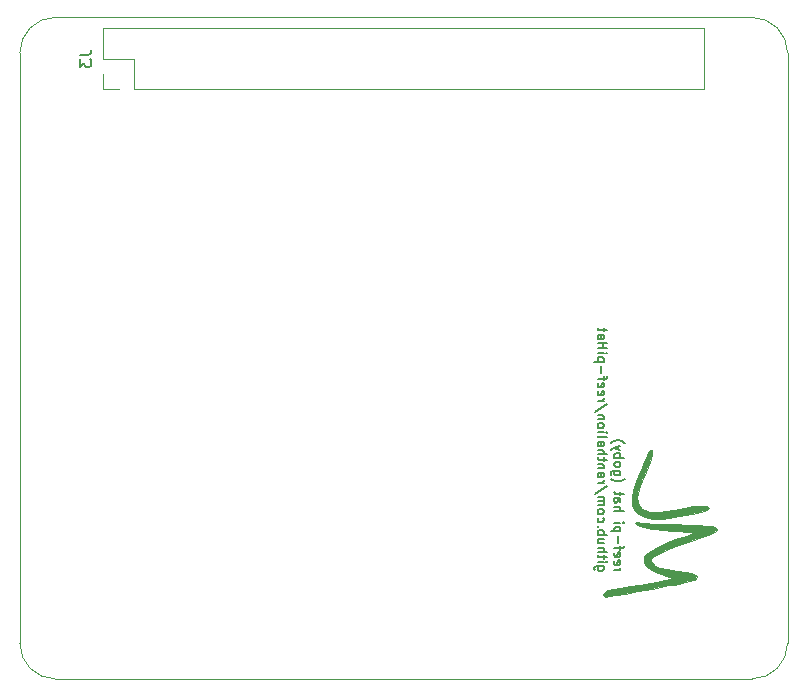
<source format=gbr>
%TF.GenerationSoftware,KiCad,Pcbnew,(5.1.7)-1*%
%TF.CreationDate,2022-01-16T10:28:54-05:00*%
%TF.ProjectId,reef-piHat,72656566-2d70-4694-9861-742e6b696361,rev?*%
%TF.SameCoordinates,Original*%
%TF.FileFunction,Legend,Bot*%
%TF.FilePolarity,Positive*%
%FSLAX46Y46*%
G04 Gerber Fmt 4.6, Leading zero omitted, Abs format (unit mm)*
G04 Created by KiCad (PCBNEW (5.1.7)-1) date 2022-01-16 10:28:54*
%MOMM*%
%LPD*%
G01*
G04 APERTURE LIST*
%ADD10C,0.200000*%
%TA.AperFunction,Profile*%
%ADD11C,0.100000*%
%TD*%
%ADD12C,0.010000*%
%ADD13C,0.120000*%
%ADD14C,0.150000*%
G04 APERTURE END LIST*
D10*
X128862095Y-107629523D02*
X129395428Y-107629523D01*
X129243047Y-107629523D02*
X129319238Y-107591428D01*
X129357333Y-107553333D01*
X129395428Y-107477142D01*
X129395428Y-107400952D01*
X128900190Y-106829523D02*
X128862095Y-106905714D01*
X128862095Y-107058095D01*
X128900190Y-107134285D01*
X128976380Y-107172380D01*
X129281142Y-107172380D01*
X129357333Y-107134285D01*
X129395428Y-107058095D01*
X129395428Y-106905714D01*
X129357333Y-106829523D01*
X129281142Y-106791428D01*
X129204952Y-106791428D01*
X129128761Y-107172380D01*
X128900190Y-106143809D02*
X128862095Y-106220000D01*
X128862095Y-106372380D01*
X128900190Y-106448571D01*
X128976380Y-106486666D01*
X129281142Y-106486666D01*
X129357333Y-106448571D01*
X129395428Y-106372380D01*
X129395428Y-106220000D01*
X129357333Y-106143809D01*
X129281142Y-106105714D01*
X129204952Y-106105714D01*
X129128761Y-106486666D01*
X129395428Y-105877142D02*
X129395428Y-105572380D01*
X128862095Y-105762857D02*
X129547809Y-105762857D01*
X129624000Y-105724761D01*
X129662095Y-105648571D01*
X129662095Y-105572380D01*
X129166857Y-105305714D02*
X129166857Y-104696190D01*
X129395428Y-104315238D02*
X128595428Y-104315238D01*
X129357333Y-104315238D02*
X129395428Y-104239047D01*
X129395428Y-104086666D01*
X129357333Y-104010476D01*
X129319238Y-103972380D01*
X129243047Y-103934285D01*
X129014476Y-103934285D01*
X128938285Y-103972380D01*
X128900190Y-104010476D01*
X128862095Y-104086666D01*
X128862095Y-104239047D01*
X128900190Y-104315238D01*
X128862095Y-103591428D02*
X129395428Y-103591428D01*
X129662095Y-103591428D02*
X129624000Y-103629523D01*
X129585904Y-103591428D01*
X129624000Y-103553333D01*
X129662095Y-103591428D01*
X129585904Y-103591428D01*
X128862095Y-102600952D02*
X129662095Y-102600952D01*
X128862095Y-102258095D02*
X129281142Y-102258095D01*
X129357333Y-102296190D01*
X129395428Y-102372380D01*
X129395428Y-102486666D01*
X129357333Y-102562857D01*
X129319238Y-102600952D01*
X128862095Y-101534285D02*
X129281142Y-101534285D01*
X129357333Y-101572380D01*
X129395428Y-101648571D01*
X129395428Y-101800952D01*
X129357333Y-101877142D01*
X128900190Y-101534285D02*
X128862095Y-101610476D01*
X128862095Y-101800952D01*
X128900190Y-101877142D01*
X128976380Y-101915238D01*
X129052571Y-101915238D01*
X129128761Y-101877142D01*
X129166857Y-101800952D01*
X129166857Y-101610476D01*
X129204952Y-101534285D01*
X129395428Y-101267619D02*
X129395428Y-100962857D01*
X129662095Y-101153333D02*
X128976380Y-101153333D01*
X128900190Y-101115238D01*
X128862095Y-101039047D01*
X128862095Y-100962857D01*
X128557333Y-99858095D02*
X128595428Y-99896190D01*
X128709714Y-99972380D01*
X128785904Y-100010476D01*
X128900190Y-100048571D01*
X129090666Y-100086666D01*
X129243047Y-100086666D01*
X129433523Y-100048571D01*
X129547809Y-100010476D01*
X129624000Y-99972380D01*
X129738285Y-99896190D01*
X129776380Y-99858095D01*
X129395428Y-99210476D02*
X128747809Y-99210476D01*
X128671619Y-99248571D01*
X128633523Y-99286666D01*
X128595428Y-99362857D01*
X128595428Y-99477142D01*
X128633523Y-99553333D01*
X128900190Y-99210476D02*
X128862095Y-99286666D01*
X128862095Y-99439047D01*
X128900190Y-99515238D01*
X128938285Y-99553333D01*
X129014476Y-99591428D01*
X129243047Y-99591428D01*
X129319238Y-99553333D01*
X129357333Y-99515238D01*
X129395428Y-99439047D01*
X129395428Y-99286666D01*
X129357333Y-99210476D01*
X128862095Y-98715238D02*
X128900190Y-98791428D01*
X128938285Y-98829523D01*
X129014476Y-98867619D01*
X129243047Y-98867619D01*
X129319238Y-98829523D01*
X129357333Y-98791428D01*
X129395428Y-98715238D01*
X129395428Y-98600952D01*
X129357333Y-98524761D01*
X129319238Y-98486666D01*
X129243047Y-98448571D01*
X129014476Y-98448571D01*
X128938285Y-98486666D01*
X128900190Y-98524761D01*
X128862095Y-98600952D01*
X128862095Y-98715238D01*
X128862095Y-98105714D02*
X129662095Y-98105714D01*
X129357333Y-98105714D02*
X129395428Y-98029523D01*
X129395428Y-97877142D01*
X129357333Y-97800952D01*
X129319238Y-97762857D01*
X129243047Y-97724761D01*
X129014476Y-97724761D01*
X128938285Y-97762857D01*
X128900190Y-97800952D01*
X128862095Y-97877142D01*
X128862095Y-98029523D01*
X128900190Y-98105714D01*
X129395428Y-97458095D02*
X128862095Y-97267619D01*
X129395428Y-97077142D02*
X128862095Y-97267619D01*
X128671619Y-97343809D01*
X128633523Y-97381904D01*
X128595428Y-97458095D01*
X128557333Y-96848571D02*
X128595428Y-96810476D01*
X128709714Y-96734285D01*
X128785904Y-96696190D01*
X128900190Y-96658095D01*
X129090666Y-96620000D01*
X129243047Y-96620000D01*
X129433523Y-96658095D01*
X129547809Y-96696190D01*
X129624000Y-96734285D01*
X129738285Y-96810476D01*
X129776380Y-96848571D01*
X127995428Y-107286666D02*
X127347809Y-107286666D01*
X127271619Y-107324761D01*
X127233523Y-107362857D01*
X127195428Y-107439047D01*
X127195428Y-107553333D01*
X127233523Y-107629523D01*
X127500190Y-107286666D02*
X127462095Y-107362857D01*
X127462095Y-107515238D01*
X127500190Y-107591428D01*
X127538285Y-107629523D01*
X127614476Y-107667619D01*
X127843047Y-107667619D01*
X127919238Y-107629523D01*
X127957333Y-107591428D01*
X127995428Y-107515238D01*
X127995428Y-107362857D01*
X127957333Y-107286666D01*
X127462095Y-106905714D02*
X127995428Y-106905714D01*
X128262095Y-106905714D02*
X128224000Y-106943809D01*
X128185904Y-106905714D01*
X128224000Y-106867619D01*
X128262095Y-106905714D01*
X128185904Y-106905714D01*
X127995428Y-106639047D02*
X127995428Y-106334285D01*
X128262095Y-106524761D02*
X127576380Y-106524761D01*
X127500190Y-106486666D01*
X127462095Y-106410476D01*
X127462095Y-106334285D01*
X127462095Y-106067619D02*
X128262095Y-106067619D01*
X127462095Y-105724761D02*
X127881142Y-105724761D01*
X127957333Y-105762857D01*
X127995428Y-105839047D01*
X127995428Y-105953333D01*
X127957333Y-106029523D01*
X127919238Y-106067619D01*
X127995428Y-105000952D02*
X127462095Y-105000952D01*
X127995428Y-105343809D02*
X127576380Y-105343809D01*
X127500190Y-105305714D01*
X127462095Y-105229523D01*
X127462095Y-105115238D01*
X127500190Y-105039047D01*
X127538285Y-105000952D01*
X127462095Y-104620000D02*
X128262095Y-104620000D01*
X127957333Y-104620000D02*
X127995428Y-104543809D01*
X127995428Y-104391428D01*
X127957333Y-104315238D01*
X127919238Y-104277142D01*
X127843047Y-104239047D01*
X127614476Y-104239047D01*
X127538285Y-104277142D01*
X127500190Y-104315238D01*
X127462095Y-104391428D01*
X127462095Y-104543809D01*
X127500190Y-104620000D01*
X127538285Y-103896190D02*
X127500190Y-103858095D01*
X127462095Y-103896190D01*
X127500190Y-103934285D01*
X127538285Y-103896190D01*
X127462095Y-103896190D01*
X127500190Y-103172380D02*
X127462095Y-103248571D01*
X127462095Y-103400952D01*
X127500190Y-103477142D01*
X127538285Y-103515238D01*
X127614476Y-103553333D01*
X127843047Y-103553333D01*
X127919238Y-103515238D01*
X127957333Y-103477142D01*
X127995428Y-103400952D01*
X127995428Y-103248571D01*
X127957333Y-103172380D01*
X127462095Y-102715238D02*
X127500190Y-102791428D01*
X127538285Y-102829523D01*
X127614476Y-102867619D01*
X127843047Y-102867619D01*
X127919238Y-102829523D01*
X127957333Y-102791428D01*
X127995428Y-102715238D01*
X127995428Y-102600952D01*
X127957333Y-102524761D01*
X127919238Y-102486666D01*
X127843047Y-102448571D01*
X127614476Y-102448571D01*
X127538285Y-102486666D01*
X127500190Y-102524761D01*
X127462095Y-102600952D01*
X127462095Y-102715238D01*
X127462095Y-102105714D02*
X127995428Y-102105714D01*
X127919238Y-102105714D02*
X127957333Y-102067619D01*
X127995428Y-101991428D01*
X127995428Y-101877142D01*
X127957333Y-101800952D01*
X127881142Y-101762857D01*
X127462095Y-101762857D01*
X127881142Y-101762857D02*
X127957333Y-101724761D01*
X127995428Y-101648571D01*
X127995428Y-101534285D01*
X127957333Y-101458095D01*
X127881142Y-101420000D01*
X127462095Y-101420000D01*
X128300190Y-100467619D02*
X127271619Y-101153333D01*
X127462095Y-100200952D02*
X127995428Y-100200952D01*
X127843047Y-100200952D02*
X127919238Y-100162857D01*
X127957333Y-100124761D01*
X127995428Y-100048571D01*
X127995428Y-99972380D01*
X127462095Y-99362857D02*
X127881142Y-99362857D01*
X127957333Y-99400952D01*
X127995428Y-99477142D01*
X127995428Y-99629523D01*
X127957333Y-99705714D01*
X127500190Y-99362857D02*
X127462095Y-99439047D01*
X127462095Y-99629523D01*
X127500190Y-99705714D01*
X127576380Y-99743809D01*
X127652571Y-99743809D01*
X127728761Y-99705714D01*
X127766857Y-99629523D01*
X127766857Y-99439047D01*
X127804952Y-99362857D01*
X127995428Y-98981904D02*
X127462095Y-98981904D01*
X127919238Y-98981904D02*
X127957333Y-98943809D01*
X127995428Y-98867619D01*
X127995428Y-98753333D01*
X127957333Y-98677142D01*
X127881142Y-98639047D01*
X127462095Y-98639047D01*
X127995428Y-98372380D02*
X127995428Y-98067619D01*
X128262095Y-98258095D02*
X127576380Y-98258095D01*
X127500190Y-98220000D01*
X127462095Y-98143809D01*
X127462095Y-98067619D01*
X127462095Y-97800952D02*
X128262095Y-97800952D01*
X127462095Y-97458095D02*
X127881142Y-97458095D01*
X127957333Y-97496190D01*
X127995428Y-97572380D01*
X127995428Y-97686666D01*
X127957333Y-97762857D01*
X127919238Y-97800952D01*
X127462095Y-96734285D02*
X127881142Y-96734285D01*
X127957333Y-96772380D01*
X127995428Y-96848571D01*
X127995428Y-97000952D01*
X127957333Y-97077142D01*
X127500190Y-96734285D02*
X127462095Y-96810476D01*
X127462095Y-97000952D01*
X127500190Y-97077142D01*
X127576380Y-97115238D01*
X127652571Y-97115238D01*
X127728761Y-97077142D01*
X127766857Y-97000952D01*
X127766857Y-96810476D01*
X127804952Y-96734285D01*
X127462095Y-96239047D02*
X127500190Y-96315238D01*
X127576380Y-96353333D01*
X128262095Y-96353333D01*
X127462095Y-95934285D02*
X127995428Y-95934285D01*
X128262095Y-95934285D02*
X128224000Y-95972380D01*
X128185904Y-95934285D01*
X128224000Y-95896190D01*
X128262095Y-95934285D01*
X128185904Y-95934285D01*
X127462095Y-95439047D02*
X127500190Y-95515238D01*
X127538285Y-95553333D01*
X127614476Y-95591428D01*
X127843047Y-95591428D01*
X127919238Y-95553333D01*
X127957333Y-95515238D01*
X127995428Y-95439047D01*
X127995428Y-95324761D01*
X127957333Y-95248571D01*
X127919238Y-95210476D01*
X127843047Y-95172380D01*
X127614476Y-95172380D01*
X127538285Y-95210476D01*
X127500190Y-95248571D01*
X127462095Y-95324761D01*
X127462095Y-95439047D01*
X127995428Y-94829523D02*
X127462095Y-94829523D01*
X127919238Y-94829523D02*
X127957333Y-94791428D01*
X127995428Y-94715238D01*
X127995428Y-94600952D01*
X127957333Y-94524761D01*
X127881142Y-94486666D01*
X127462095Y-94486666D01*
X128300190Y-93534285D02*
X127271619Y-94220000D01*
X127462095Y-93267619D02*
X127995428Y-93267619D01*
X127843047Y-93267619D02*
X127919238Y-93229523D01*
X127957333Y-93191428D01*
X127995428Y-93115238D01*
X127995428Y-93039047D01*
X127500190Y-92467619D02*
X127462095Y-92543809D01*
X127462095Y-92696190D01*
X127500190Y-92772380D01*
X127576380Y-92810476D01*
X127881142Y-92810476D01*
X127957333Y-92772380D01*
X127995428Y-92696190D01*
X127995428Y-92543809D01*
X127957333Y-92467619D01*
X127881142Y-92429523D01*
X127804952Y-92429523D01*
X127728761Y-92810476D01*
X127500190Y-91781904D02*
X127462095Y-91858095D01*
X127462095Y-92010476D01*
X127500190Y-92086666D01*
X127576380Y-92124761D01*
X127881142Y-92124761D01*
X127957333Y-92086666D01*
X127995428Y-92010476D01*
X127995428Y-91858095D01*
X127957333Y-91781904D01*
X127881142Y-91743809D01*
X127804952Y-91743809D01*
X127728761Y-92124761D01*
X127995428Y-91515238D02*
X127995428Y-91210476D01*
X127462095Y-91400952D02*
X128147809Y-91400952D01*
X128224000Y-91362857D01*
X128262095Y-91286666D01*
X128262095Y-91210476D01*
X127766857Y-90943809D02*
X127766857Y-90334285D01*
X127995428Y-89953333D02*
X127195428Y-89953333D01*
X127957333Y-89953333D02*
X127995428Y-89877142D01*
X127995428Y-89724761D01*
X127957333Y-89648571D01*
X127919238Y-89610476D01*
X127843047Y-89572380D01*
X127614476Y-89572380D01*
X127538285Y-89610476D01*
X127500190Y-89648571D01*
X127462095Y-89724761D01*
X127462095Y-89877142D01*
X127500190Y-89953333D01*
X127462095Y-89229523D02*
X127995428Y-89229523D01*
X128262095Y-89229523D02*
X128224000Y-89267619D01*
X128185904Y-89229523D01*
X128224000Y-89191428D01*
X128262095Y-89229523D01*
X128185904Y-89229523D01*
X127462095Y-88848571D02*
X128262095Y-88848571D01*
X127881142Y-88848571D02*
X127881142Y-88391428D01*
X127462095Y-88391428D02*
X128262095Y-88391428D01*
X127462095Y-87667619D02*
X127881142Y-87667619D01*
X127957333Y-87705714D01*
X127995428Y-87781904D01*
X127995428Y-87934285D01*
X127957333Y-88010476D01*
X127500190Y-87667619D02*
X127462095Y-87743809D01*
X127462095Y-87934285D01*
X127500190Y-88010476D01*
X127576380Y-88048571D01*
X127652571Y-88048571D01*
X127728761Y-88010476D01*
X127766857Y-87934285D01*
X127766857Y-87743809D01*
X127804952Y-87667619D01*
X127995428Y-87400952D02*
X127995428Y-87096190D01*
X128262095Y-87286666D02*
X127576380Y-87286666D01*
X127500190Y-87248571D01*
X127462095Y-87172380D01*
X127462095Y-87096190D01*
D11*
X78546356Y-63817611D02*
X78546356Y-113817611D01*
X78546356Y-63817611D02*
G75*
G02*
X81546356Y-60817611I3000000J0D01*
G01*
X140546356Y-60817611D02*
X81546356Y-60817611D01*
X140546356Y-60817611D02*
G75*
G02*
X143546356Y-63817611I0J-3000000D01*
G01*
X143546356Y-113817611D02*
X143546356Y-63817611D01*
X81546356Y-116817611D02*
G75*
G02*
X78546356Y-113817611I0J3000000D01*
G01*
X81546356Y-116817611D02*
X140546356Y-116817611D01*
X143546351Y-113822847D02*
G75*
G02*
X140546356Y-116817611I-2999995J5236D01*
G01*
D12*
G36*
X137519159Y-104079799D02*
G01*
X137393497Y-103982536D01*
X137133944Y-103909038D01*
X136699495Y-103853990D01*
X136049146Y-103812079D01*
X135141892Y-103777991D01*
X134019483Y-103748364D01*
X133068168Y-103718755D01*
X132220418Y-103679148D01*
X131539778Y-103633542D01*
X131089795Y-103585934D01*
X130949616Y-103555183D01*
X130709461Y-103518300D01*
X130655245Y-103587002D01*
X130820025Y-103815918D01*
X131304774Y-104004225D01*
X132095107Y-104148560D01*
X133176636Y-104245563D01*
X133556900Y-104264983D01*
X134327230Y-104307531D01*
X134957182Y-104359483D01*
X135381105Y-104414218D01*
X135533391Y-104464349D01*
X135385351Y-104565714D01*
X135005236Y-104704260D01*
X134674960Y-104797679D01*
X134014042Y-105007501D01*
X133298141Y-105299109D01*
X132603653Y-105633167D01*
X132006975Y-105970337D01*
X131584503Y-106271282D01*
X131417469Y-106474996D01*
X131385353Y-106876705D01*
X131423406Y-107048895D01*
X131686379Y-107367704D01*
X132177340Y-107688408D01*
X132793163Y-107953367D01*
X133267236Y-108079400D01*
X133618758Y-108165679D01*
X133735202Y-108255136D01*
X133597938Y-108354196D01*
X133188336Y-108469284D01*
X132487766Y-108606827D01*
X131477598Y-108773247D01*
X131075775Y-108835195D01*
X130193327Y-108971266D01*
X129404660Y-109095959D01*
X128782331Y-109197581D01*
X128398899Y-109264437D01*
X128342331Y-109275744D01*
X128075705Y-109424340D01*
X127962342Y-109646664D01*
X128036988Y-109822763D01*
X128174119Y-109856476D01*
X128434025Y-109825656D01*
X128990910Y-109736516D01*
X129811517Y-109594940D01*
X130862584Y-109406815D01*
X132110852Y-109178027D01*
X133523061Y-108914461D01*
X133919535Y-108839727D01*
X134641753Y-108689832D01*
X135244058Y-108539751D01*
X135646213Y-108410845D01*
X135761455Y-108349365D01*
X135850993Y-108121736D01*
X135621100Y-107932316D01*
X135066546Y-107778780D01*
X134214216Y-107662013D01*
X133352600Y-107553272D01*
X132752281Y-107415506D01*
X132338157Y-107223740D01*
X132035128Y-106952996D01*
X132016792Y-106931232D01*
X131986516Y-106683155D01*
X132273840Y-106390481D01*
X132882278Y-106051318D01*
X133815346Y-105663774D01*
X135076559Y-105225955D01*
X135342036Y-105140600D01*
X136330480Y-104809243D01*
X137038369Y-104534625D01*
X137448899Y-104323852D01*
X137551934Y-104206140D01*
X137519159Y-104079799D01*
G37*
X137519159Y-104079799D02*
X137393497Y-103982536D01*
X137133944Y-103909038D01*
X136699495Y-103853990D01*
X136049146Y-103812079D01*
X135141892Y-103777991D01*
X134019483Y-103748364D01*
X133068168Y-103718755D01*
X132220418Y-103679148D01*
X131539778Y-103633542D01*
X131089795Y-103585934D01*
X130949616Y-103555183D01*
X130709461Y-103518300D01*
X130655245Y-103587002D01*
X130820025Y-103815918D01*
X131304774Y-104004225D01*
X132095107Y-104148560D01*
X133176636Y-104245563D01*
X133556900Y-104264983D01*
X134327230Y-104307531D01*
X134957182Y-104359483D01*
X135381105Y-104414218D01*
X135533391Y-104464349D01*
X135385351Y-104565714D01*
X135005236Y-104704260D01*
X134674960Y-104797679D01*
X134014042Y-105007501D01*
X133298141Y-105299109D01*
X132603653Y-105633167D01*
X132006975Y-105970337D01*
X131584503Y-106271282D01*
X131417469Y-106474996D01*
X131385353Y-106876705D01*
X131423406Y-107048895D01*
X131686379Y-107367704D01*
X132177340Y-107688408D01*
X132793163Y-107953367D01*
X133267236Y-108079400D01*
X133618758Y-108165679D01*
X133735202Y-108255136D01*
X133597938Y-108354196D01*
X133188336Y-108469284D01*
X132487766Y-108606827D01*
X131477598Y-108773247D01*
X131075775Y-108835195D01*
X130193327Y-108971266D01*
X129404660Y-109095959D01*
X128782331Y-109197581D01*
X128398899Y-109264437D01*
X128342331Y-109275744D01*
X128075705Y-109424340D01*
X127962342Y-109646664D01*
X128036988Y-109822763D01*
X128174119Y-109856476D01*
X128434025Y-109825656D01*
X128990910Y-109736516D01*
X129811517Y-109594940D01*
X130862584Y-109406815D01*
X132110852Y-109178027D01*
X133523061Y-108914461D01*
X133919535Y-108839727D01*
X134641753Y-108689832D01*
X135244058Y-108539751D01*
X135646213Y-108410845D01*
X135761455Y-108349365D01*
X135850993Y-108121736D01*
X135621100Y-107932316D01*
X135066546Y-107778780D01*
X134214216Y-107662013D01*
X133352600Y-107553272D01*
X132752281Y-107415506D01*
X132338157Y-107223740D01*
X132035128Y-106952996D01*
X132016792Y-106931232D01*
X131986516Y-106683155D01*
X132273840Y-106390481D01*
X132882278Y-106051318D01*
X133815346Y-105663774D01*
X135076559Y-105225955D01*
X135342036Y-105140600D01*
X136330480Y-104809243D01*
X137038369Y-104534625D01*
X137448899Y-104323852D01*
X137551934Y-104206140D01*
X137519159Y-104079799D01*
G36*
X136722254Y-102178985D02*
G01*
X136260381Y-102145521D01*
X135506402Y-102220128D01*
X134473252Y-102401905D01*
X133860098Y-102531799D01*
X132732668Y-102704389D01*
X131865050Y-102665423D01*
X131257902Y-102415140D01*
X130911881Y-101953784D01*
X130823457Y-101417135D01*
X130892161Y-101047130D01*
X131073862Y-100486164D01*
X131331944Y-99844603D01*
X131383087Y-99730391D01*
X131746938Y-98871240D01*
X131986403Y-98175864D01*
X132091280Y-97683200D01*
X132051369Y-97432186D01*
X131991456Y-97408158D01*
X131801744Y-97545218D01*
X131721646Y-97702529D01*
X131613916Y-97979234D01*
X131407220Y-98480385D01*
X131136537Y-99121822D01*
X130969972Y-99511101D01*
X130558572Y-100592503D01*
X130357758Y-101447254D01*
X130362660Y-102107083D01*
X130509327Y-102512330D01*
X130863627Y-102848327D01*
X131438945Y-103118340D01*
X132120449Y-103276055D01*
X132458120Y-103298308D01*
X132883488Y-103267253D01*
X133540507Y-103181089D01*
X134331593Y-103053887D01*
X134986702Y-102933724D01*
X135875718Y-102747474D01*
X136464655Y-102589144D01*
X136787595Y-102447708D01*
X136879086Y-102321421D01*
X136722254Y-102178985D01*
G37*
X136722254Y-102178985D02*
X136260381Y-102145521D01*
X135506402Y-102220128D01*
X134473252Y-102401905D01*
X133860098Y-102531799D01*
X132732668Y-102704389D01*
X131865050Y-102665423D01*
X131257902Y-102415140D01*
X130911881Y-101953784D01*
X130823457Y-101417135D01*
X130892161Y-101047130D01*
X131073862Y-100486164D01*
X131331944Y-99844603D01*
X131383087Y-99730391D01*
X131746938Y-98871240D01*
X131986403Y-98175864D01*
X132091280Y-97683200D01*
X132051369Y-97432186D01*
X131991456Y-97408158D01*
X131801744Y-97545218D01*
X131721646Y-97702529D01*
X131613916Y-97979234D01*
X131407220Y-98480385D01*
X131136537Y-99121822D01*
X130969972Y-99511101D01*
X130558572Y-100592503D01*
X130357758Y-101447254D01*
X130362660Y-102107083D01*
X130509327Y-102512330D01*
X130863627Y-102848327D01*
X131438945Y-103118340D01*
X132120449Y-103276055D01*
X132458120Y-103298308D01*
X132883488Y-103267253D01*
X133540507Y-103181089D01*
X134331593Y-103053887D01*
X134986702Y-102933724D01*
X135875718Y-102747474D01*
X136464655Y-102589144D01*
X136787595Y-102447708D01*
X136879086Y-102321421D01*
X136722254Y-102178985D01*
D13*
X85590000Y-65590000D02*
X85590000Y-66920000D01*
X85590000Y-66920000D02*
X86920000Y-66920000D01*
X85590000Y-64320000D02*
X88190000Y-64320000D01*
X88190000Y-64320000D02*
X88190000Y-66920000D01*
X88190000Y-66920000D02*
X136510000Y-66920000D01*
X136510000Y-61720000D02*
X136510000Y-66920000D01*
X85590000Y-61720000D02*
X136510000Y-61720000D01*
X85590000Y-61720000D02*
X85590000Y-64320000D01*
D14*
X83602380Y-63986666D02*
X84316666Y-63986666D01*
X84459523Y-63939047D01*
X84554761Y-63843809D01*
X84602380Y-63700952D01*
X84602380Y-63605714D01*
X83602380Y-64367619D02*
X83602380Y-64986666D01*
X83983333Y-64653333D01*
X83983333Y-64796190D01*
X84030952Y-64891428D01*
X84078571Y-64939047D01*
X84173809Y-64986666D01*
X84411904Y-64986666D01*
X84507142Y-64939047D01*
X84554761Y-64891428D01*
X84602380Y-64796190D01*
X84602380Y-64510476D01*
X84554761Y-64415238D01*
X84507142Y-64367619D01*
M02*

</source>
